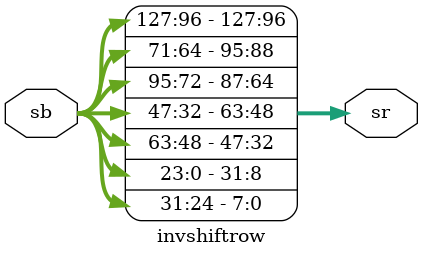
<source format=v>
`timescale 1ns / 1ps

module invshiftrow(
    input [127:0] sb,
    output [127:0] sr);
/*
		127:120 119:112 111:104 103:98
		95:88   87:80   79:72   71:64
		63:56   55:48   47:40   39:32
		31:24   23:16   15:8    7:0
*/
	
assign          sr[127:120] =   sb[127:120] ;  
assign          sr[119:112] =   sb[119:112] ;
assign          sr[111:104] =   sb[111:104] ;
assign          sr[103:96]  =   sb[103:96]  ;
   
assign          sr[95:88]   =   sb[71:64]   ;
assign          sr[87:80]   =   sb[95:88]   ;
assign          sr[79:72]   =   sb[87:80]   ;
assign          sr[71:64]   =   sb[79:72]   ;
   
assign          sr[63:56]   =   sb[47:40]   ;
assign          sr[55:48]   =   sb[39:32]   ;
assign          sr[47:40]   =   sb[63:56]   ;
assign          sr[39:32]   =   sb[55:48]   ;
   
assign          sr[31:24]   =   sb[23:16]   ;
assign          sr[23:16]   =   sb[15:8]    ;
assign          sr[15:8]    =   sb[7:0]     ;
assign          sr[7:0]     =   sb[31:24]   ;  

endmodule

</source>
